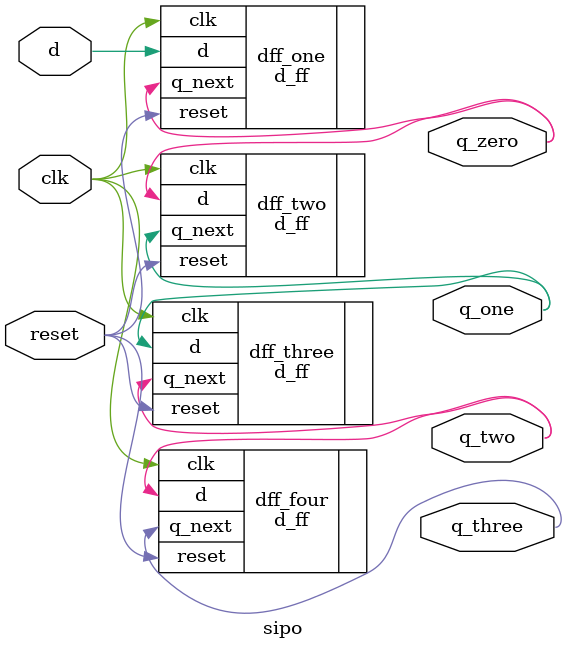
<source format=v>
`timescale 1ns / 1ps


module sipo(
    d, clk, reset,
    q_zero, q_one, q_two, q_three);
    
    input d, clk, reset;
    output wire q_zero, q_one, q_two, q_three;
    
    d_ff dff_one(
        .d(d),
        .q_next(q_zero),
        .clk(clk),
        .reset(reset)
    );
    
    d_ff dff_two(
        .d(q_zero),
        .q_next(q_one),
        .clk(clk),
        .reset(reset)
    );
        
    d_ff dff_three(
        .d(q_one),
        .q_next(q_two),
        .clk(clk),
        .reset(reset)
    );
     
    d_ff dff_four(
        .d(q_two),
        .q_next(q_three),
        .clk(clk),
        .reset(reset)
    );
endmodule

</source>
